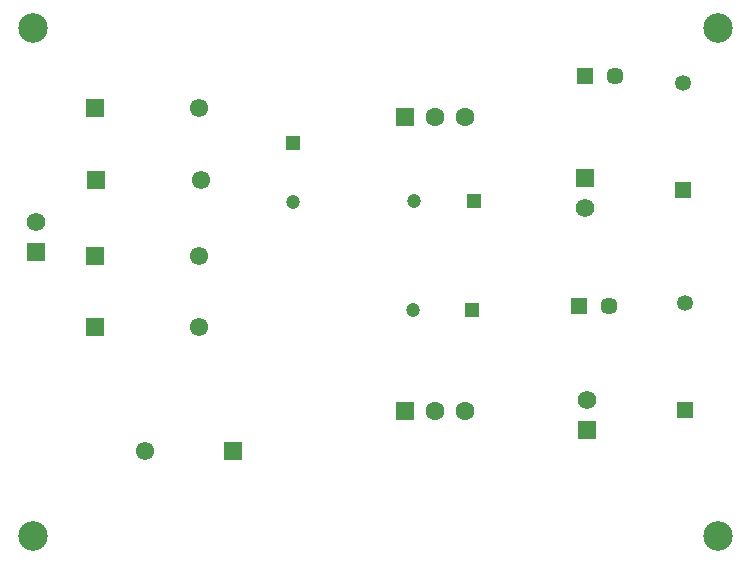
<source format=gtl>
G04*
G04 #@! TF.GenerationSoftware,Altium Limited,Altium Designer,22.7.1 (60)*
G04*
G04 Layer_Physical_Order=1*
G04 Layer_Color=255*
%FSLAX44Y44*%
%MOMM*%
G71*
G04*
G04 #@! TF.SameCoordinates,434E903D-8B78-4AA0-9AEB-5D1347DF7218*
G04*
G04*
G04 #@! TF.FilePolarity,Positive*
G04*
G01*
G75*
%ADD14C,1.5500*%
%ADD15R,1.5500X1.5500*%
%ADD16C,1.5700*%
%ADD17R,1.5700X1.5700*%
%ADD22C,1.4500*%
%ADD23R,1.4500X1.4500*%
%ADD24C,1.2000*%
%ADD25R,1.2000X1.2000*%
%ADD26R,1.2000X1.2000*%
%ADD28C,1.6000*%
%ADD29R,1.6000X1.6000*%
%ADD30R,1.3500X1.3500*%
%ADD31C,1.3500*%
%ADD32C,2.5000*%
D14*
X114900Y91440D02*
D03*
X161240Y256540D02*
D03*
Y196850D02*
D03*
X161190Y382270D02*
D03*
X162510Y321310D02*
D03*
D15*
X189900Y91440D02*
D03*
X72440Y256540D02*
D03*
Y196850D02*
D03*
X72390Y382270D02*
D03*
X73710Y321310D02*
D03*
D16*
X22860Y285750D02*
D03*
X488950Y134620D02*
D03*
X487680Y297180D02*
D03*
D17*
X22860Y260350D02*
D03*
X488950Y109220D02*
D03*
X487680Y322580D02*
D03*
D22*
X508000Y214630D02*
D03*
X513080Y408940D02*
D03*
D23*
X482600Y214630D02*
D03*
X487680Y408940D02*
D03*
D24*
X240030Y302660D02*
D03*
X343300Y303530D02*
D03*
X342030Y210820D02*
D03*
D25*
X240030Y352660D02*
D03*
D26*
X393300Y303530D02*
D03*
X392030Y210820D02*
D03*
D28*
X386080Y125730D02*
D03*
X360680D02*
D03*
X386080Y374650D02*
D03*
X360680D02*
D03*
D29*
X335280Y125730D02*
D03*
Y374650D02*
D03*
D30*
X572113Y126927D02*
D03*
X570230Y313140D02*
D03*
D31*
X572113Y216928D02*
D03*
X570230Y403140D02*
D03*
D32*
X600000Y450000D02*
D03*
X20000D02*
D03*
Y20000D02*
D03*
X600000D02*
D03*
M02*

</source>
